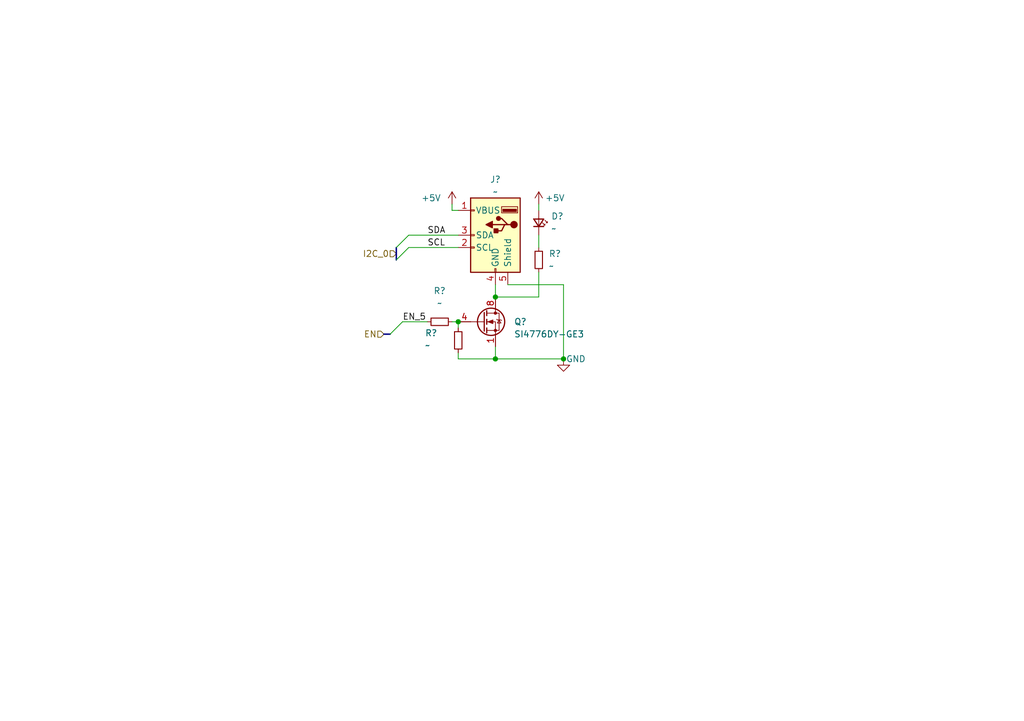
<source format=kicad_sch>
(kicad_sch (version 20211123) (generator eeschema)
  (paper "A5")
  (title_block (date "2022-12-27") (rev "0.1") (company "ncAudio"))
  (lib_symbols
    (symbol "Device:LED_Small" (pin_numbers hide) (pin_names (offset 0.254) hide)
      (property "Reference" "D" (at -1.27 3.175 0))
      (property "Value" "LED_Small" (at -4.445 -2.54 0))
      (symbol "LED_Small_0_1"
        (polyline (pts (xy -0.762 -1.016) (xy -0.762 1.016)) (stroke (width 0.254)))
        (polyline (pts (xy 1.016 0) (xy -0.762 0)))
        (polyline (pts (xy 0.762 -1.016) (xy -0.762 0) (xy 0.762 1.016) (xy 0.762 -1.016)) (stroke (width 0.254)))
        (polyline (pts (xy 0 0.762) (xy -0.508 1.27) (xy -0.254 1.27) (xy -0.508 1.27) (xy -0.508 1.016)))
        (polyline (pts (xy 0.508 1.27) (xy 0 1.778) (xy 0.254 1.778) (xy 0 1.778) (xy 0 1.524)))
      )
      (symbol "LED_Small_1_1"
        (pin passive line (at -2.54 0 0) (length 1.778) (name "K") (number "1"))
        (pin passive line (at 2.54 0 180) (length 1.778) (name "A") (number "2"))
      )
    )
    (symbol "Device:R_Small" (pin_numbers hide) (pin_names (offset 0.254) hide)
      (property "Reference" "R" (at 0.762 0.508 0))
      (property "Value" "R_Small" (at 0.762 -1.016 0))
      (symbol "R_Small_0_1"
        (rectangle (start -0.762 1.778) (end 0.762 -1.778) (stroke (width 0.2032)))
      )
      (symbol "R_Small_1_1"
        (pin passive line (at 0 2.54 270) (length 0.762) (name "~") (number "1"))
        (pin passive line (at 0 -2.54 90) (length 0.762) (name "~") (number "2"))
      )
    )
    (symbol "Transistor_FET:Si4162DY" (pin_names hide)
      (property "Reference" "Q" (at 5.08 2.54 0))
      (property "Value" "Si4162DY" (at 5.08 0 0))
      (symbol "Si4162DY_0_1"
        (polyline (pts (xy 0.254 0) (xy -2.54 0)))
        (polyline (pts (xy 0.254 1.905) (xy 0.254 -1.905)) (stroke (width 0.254)))
        (polyline (pts (xy 0.762 -1.27) (xy 0.762 -2.286)) (stroke (width 0.254)))
        (polyline (pts (xy 0.762 0.508) (xy 0.762 -0.508)) (stroke (width 0.254)))
        (polyline (pts (xy 0.762 2.286) (xy 0.762 1.27)) (stroke (width 0.254)))
        (polyline (pts (xy 2.54 2.54) (xy 2.54 1.778)))
        (polyline (pts (xy 2.54 -2.54) (xy 2.54 0) (xy 0.762 0)))
        (polyline (pts (xy 0.762 -1.778) (xy 3.302 -1.778) (xy 3.302 1.778) (xy 0.762 1.778)))
        (polyline (pts (xy 1.016 0) (xy 2.032 0.381) (xy 2.032 -0.381) (xy 1.016 0)) (fill (type outline)))
        (polyline (pts (xy 2.794 0.508) (xy 2.921 0.381) (xy 3.683 0.381) (xy 3.81 0.254)))
        (polyline (pts (xy 3.302 0.381) (xy 2.921 -0.254) (xy 3.683 -0.254) (xy 3.302 0.381)))
        (circle (center 1.651 0) (radius 2.794) (stroke (width 0.254)))
        (circle (center 2.54 -1.778) (radius 0.254) (fill (type outline)))
        (circle (center 2.54 1.778) (radius 0.254) (fill (type outline)))
      )
      (symbol "Si4162DY_1_1"
        (pin passive line (at 2.54 -5.08 90) (length 2.54) (name "S") (number "1"))
        (pin passive line (at 2.54 -5.08 90) (length 2.54) hide (name "S") (number "2"))
        (pin passive line (at 2.54 -5.08 90) (length 2.54) hide (name "S") (number "3"))
        (pin input line (at -5.08 0 0) (length 2.54) (name "G") (number "4"))
        (pin passive line (at 2.54 5.08 270) (length 2.54) hide (name "D") (number "5"))
        (pin passive line (at 2.54 5.08 270) (length 2.54) hide (name "D") (number "6"))
        (pin passive line (at 2.54 5.08 270) (length 2.54) hide (name "D") (number "7"))
        (pin passive line (at 2.54 5.08 270) (length 2.54) (name "D") (number "8"))
      )
    )
    (symbol "USB_A_1" (pin_names (offset 1.016))
      (property "Reference" "J?" (at -8.89 6.35 0))
      (property "Value" "USB_A_1" (at -8.89 3.81 0))
      (symbol "USB_A_1_0_1"
        (rectangle (start -5.08 -7.62) (end 5.08 7.62) (stroke (width 0.254)) (fill (type background)))
        (circle (center -3.81 2.159) (radius 0.635) (stroke (width 0.254)) (fill (type outline)))
        (rectangle (start -1.524 4.826) (end -4.318 5.334) (fill (type outline)))
        (rectangle (start -1.27 4.572) (end -4.572 5.842))
        (circle (center -0.635 3.429) (radius 0.381) (stroke (width 0.254)) (fill (type outline)))
        (rectangle (start -0.127 -7.62) (end 0.127 -6.858))
        (polyline (pts (xy -3.175 2.159) (xy -2.54 2.159) (xy -1.27 3.429) (xy -0.635 3.429)) (stroke (width 0.254)))
        (polyline (pts (xy -2.54 2.159) (xy -1.905 2.159) (xy -1.27 0.889) (xy 0 0.889)) (stroke (width 0.254)))
        (polyline (pts (xy 0.635 2.794) (xy 0.635 1.524) (xy 1.905 2.159) (xy 0.635 2.794)) (stroke (width 0.254)) (fill (type outline)))
        (rectangle (start 0.254 1.27) (end -0.508 0.508) (stroke (width 0.254)) (fill (type outline)))
        (rectangle (start 5.08 -2.667) (end 4.318 -2.413))
        (rectangle (start 5.08 -0.127) (end 4.318 0.127))
        (rectangle (start 5.08 4.953) (end 4.318 5.207))
      )
      (symbol "USB_A_1_1_1"
        (polyline (pts (xy -1.905 2.159) (xy 0.635 2.159)) (stroke (width 0.254)))
        (pin power_in line (at 7.62 5.08 180) (length 2.54) (name "VBUS") (number "1"))
        (pin bidirectional line (at 7.62 -2.54 180) (length 2.54) (name "SCL") (number "2"))
        (pin bidirectional line (at 7.62 0 180) (length 2.54) (name "SDA") (number "3"))
        (pin power_in line (at 0 -10.16 90) (length 2.54) (name "GND") (number "4"))
        (pin passive line (at -2.54 -10.16 90) (length 2.54) (name "Shield") (number "5"))
      )
    )
    (symbol "power:+5V" (power) (pin_names (offset 0))
      (property "Value" "+5V" (at 0 3.556 0))
      (symbol "+5V_0_1"
        (polyline (pts (xy -0.762 1.27) (xy 0 2.54)))
        (polyline (pts (xy 0 0) (xy 0 2.54)))
        (polyline (pts (xy 0 2.54) (xy 0.762 1.27)))
      )
      (symbol "+5V_1_1"
        (pin power_in line (at 0 0 90) (length 0) hide (name "+5V") (number "1"))
      )
    )
    (symbol "power:GND" (power) (pin_names (offset 0))
      (property "Value" "GND" (at 0 -3.81 0))
      (symbol "GND_0_1"
        (polyline (pts (xy 0 0) (xy 0 -1.27) (xy 1.27 -1.27) (xy 0 -2.54) (xy -1.27 -1.27) (xy 0 -1.27)))
      )
      (symbol "GND_1_1"
        (pin power_in line (at 0 0 270) (length 0) hide (name "GND") (number "1"))
      )
    )
  )
  (junction (at 101.6 60.96))
  (junction (at 93.98 66.04))
  (junction (at 115.57 73.66))
  (junction (at 101.6 73.66))
  (bus_entry (at 83.82 48.26) (size -2.54 2.54))
  (bus_entry (at 83.82 50.8) (size -2.54 2.54))
  (bus_entry (at 82.55 66.04) (size -2.54 2.54))
  (wire (pts (xy 110.49 41.91) (xy 110.49 43.18)))
  (wire (pts (xy 110.49 55.88) (xy 110.49 60.96)))
  (wire (pts (xy 101.6 73.66) (xy 115.57 73.66)))
  (wire (pts (xy 92.71 66.04) (xy 93.98 66.04)))
  (wire (pts (xy 83.82 48.26) (xy 93.98 48.26)))
  (wire (pts (xy 115.57 58.42) (xy 104.14 58.42)))
  (wire (pts (xy 115.57 73.66) (xy 115.57 58.42)))
  (wire (pts (xy 93.98 72.39) (xy 93.98 73.66)))
  (wire (pts (xy 92.71 41.91) (xy 92.71 43.18)))
  (wire (pts (xy 83.82 50.8) (xy 93.98 50.8)))
  (wire (pts (xy 101.6 58.42) (xy 101.6 60.96)))
  (wire (pts (xy 92.71 43.18) (xy 93.98 43.18)))
  (wire (pts (xy 93.98 66.04) (xy 93.98 67.31)))
  (bus (pts (xy 78.74 68.58) (xy 80.01 68.58)))
  (wire (pts (xy 82.55 66.04) (xy 87.63 66.04)))
  (wire (pts (xy 101.6 73.66) (xy 101.6 71.12)))
  (wire (pts (xy 93.98 73.66) (xy 101.6 73.66)))
  (wire (pts (xy 110.49 60.96) (xy 101.6 60.96)))
  (bus (pts (xy 81.28 50.8) (xy 81.28 53.34)))
  (wire (pts (xy 110.49 48.26) (xy 110.49 50.8)))
  (label "SDA" (at 87.63 48.26 0))
  (label "EN_5" (at 82.55 66.04 0))
  (label "SCL" (at 87.6284 50.8 0))
  (hierarchical_label "I2C_0" (shape input) (at 81.28 52.07 180))
  (hierarchical_label "EN" (shape input) (at 78.74 68.58 180))
  (symbol (lib_name "USB_A_1") (lib_id "Connector:USB_A") (at 101.6 48.26 0) (mirror y) (unit 1)
    (property "Reference" "J?" (at 101.6 36.83 0))
    (property "Value" "~" (at 101.6 39.37 0))
    (property "Datasheet" " ~" (effects hide))
  )
  (symbol (lib_id "Device:R_Small") (at 110.49 53.34 180) (unit 1)
    (property "Reference" "R?" (at 112.5301 52.0699 0) (effects (justify right)))
    (property "Value" "~" (at 112.5301 54.6099 0) (effects (justify right)))
  )
  (symbol (lib_id "power:GND") (at 115.57 73.66 0) (unit 1)
    (property "Reference" "#PWR?" (effects hide))
    (property "Value" "~" (at 118.11 73.66 0))
  )
  (symbol (lib_id "power:+5V") (at 92.71 41.91 0) (unit 1)
    (property "Reference" "#PWR?" (effects hide))
    (property "Value" "~" (at 86.36 40.64 0) (effects (justify left)))
  )
  (symbol (lib_id "Device:R_Small") (at 90.17 66.04 90) (unit 1)
    (property "Reference" "R?" (at 90.17 59.69 90))
    (property "Value" "~" (at 90.17 62.23 90))
  )
  (symbol (lib_id "power:+5V") (at 110.49 41.91 0) (unit 1)
    (property "Reference" "#PWR?" (effects hide))
    (property "Value" "~" (at 111.76 40.64 0) (effects (justify left)))
  )
  (symbol (lib_id "Device:R_Small") (at 93.98 69.85 0) (unit 1)
    (property "Reference" "R?" (at 87.1354 68.3555 0) (effects (justify left)))
    (property "Value" "~" (at 87.1354 70.8955 0) (effects (justify left)))
  )
  (symbol (lib_id "Device:LED_Small") (at 110.49 45.72 270) (mirror x) (unit 1)
    (property "Reference" "D?" (at 113.03 44.3864 90) (effects (justify left)))
    (property "Value" "~" (at 113.03 46.9264 90) (effects (justify left)))
  )
  (symbol (lib_id "Transistor_FET:Si4162DY") (at 99.06 66.04 0) (unit 1)
    (property "Reference" "Q?" (at 105.41 66.04 0) (effects (justify left)))
    (property "Value" "SI4776DY-GE3" (at 105.41 68.58 0) (effects (justify left)))
    (property "Datasheet" "http://www.vishay.com/docs/68967/si4162dy.pdf" (effects hide))
  )
)
</source>
